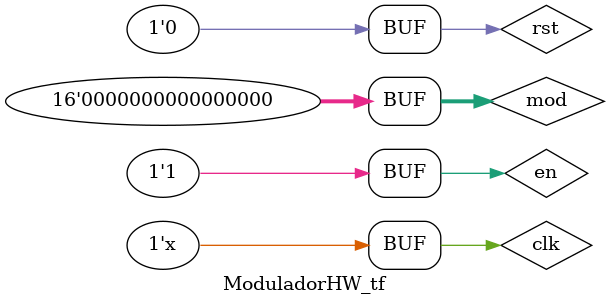
<source format=v>
`timescale 1ns / 1ps


module ModuladorHW_tf;

	// Inputs
	reg clk;
	reg rst;
	reg en;
	reg signed [15:0] mod;

	// Outputs
	wire [1:0] out1;
	wire [1:0] out2;
	wire [1:0] out3;

	// Instantiate the Unit Under Test (UUT)
	ModuladorHW uut (
		.clk(clk), 
		.rst(rst), 
		.en(en), 
		.mod(mod), 
		.out1(out1), 
		.out2(out2), 
		.out3(out3)
	);

	initial 
	begin
	// Initialize Inputs
	clk = 0;
	rst = 0;
	en = 0;
	mod = 16'sh0;
	#10 rst = 1;
	#10 rst = 0;
	#10 en = 1;
	
	end

	always
	begin
		#10 clk = ~clk;
	end
		
	
	
      
endmodule


</source>
